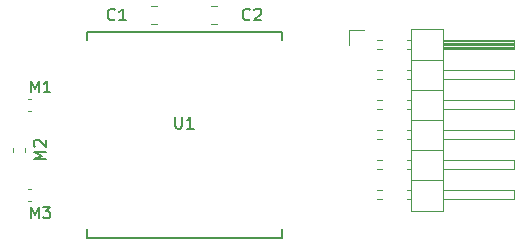
<source format=gbr>
%TF.GenerationSoftware,KiCad,Pcbnew,7.0.1*%
%TF.CreationDate,2023-03-26T17:19:44+02:00*%
%TF.ProjectId,RA01_868_PMOD,52413031-5f38-4363-985f-504d4f442e6b,rev?*%
%TF.SameCoordinates,Original*%
%TF.FileFunction,Legend,Top*%
%TF.FilePolarity,Positive*%
%FSLAX46Y46*%
G04 Gerber Fmt 4.6, Leading zero omitted, Abs format (unit mm)*
G04 Created by KiCad (PCBNEW 7.0.1) date 2023-03-26 17:19:44*
%MOMM*%
%LPD*%
G01*
G04 APERTURE LIST*
%ADD10C,0.150000*%
%ADD11C,0.120000*%
G04 APERTURE END LIST*
D10*
%TO.C,M1*%
X121618476Y-47198619D02*
X121618476Y-46198619D01*
X121618476Y-46198619D02*
X121951809Y-46912904D01*
X121951809Y-46912904D02*
X122285142Y-46198619D01*
X122285142Y-46198619D02*
X122285142Y-47198619D01*
X123285142Y-47198619D02*
X122713714Y-47198619D01*
X122999428Y-47198619D02*
X122999428Y-46198619D01*
X122999428Y-46198619D02*
X122904190Y-46341476D01*
X122904190Y-46341476D02*
X122808952Y-46436714D01*
X122808952Y-46436714D02*
X122713714Y-46484333D01*
%TO.C,C1*%
X128738333Y-41007380D02*
X128690714Y-41055000D01*
X128690714Y-41055000D02*
X128547857Y-41102619D01*
X128547857Y-41102619D02*
X128452619Y-41102619D01*
X128452619Y-41102619D02*
X128309762Y-41055000D01*
X128309762Y-41055000D02*
X128214524Y-40959761D01*
X128214524Y-40959761D02*
X128166905Y-40864523D01*
X128166905Y-40864523D02*
X128119286Y-40674047D01*
X128119286Y-40674047D02*
X128119286Y-40531190D01*
X128119286Y-40531190D02*
X128166905Y-40340714D01*
X128166905Y-40340714D02*
X128214524Y-40245476D01*
X128214524Y-40245476D02*
X128309762Y-40150238D01*
X128309762Y-40150238D02*
X128452619Y-40102619D01*
X128452619Y-40102619D02*
X128547857Y-40102619D01*
X128547857Y-40102619D02*
X128690714Y-40150238D01*
X128690714Y-40150238D02*
X128738333Y-40197857D01*
X129690714Y-41102619D02*
X129119286Y-41102619D01*
X129405000Y-41102619D02*
X129405000Y-40102619D01*
X129405000Y-40102619D02*
X129309762Y-40245476D01*
X129309762Y-40245476D02*
X129214524Y-40340714D01*
X129214524Y-40340714D02*
X129119286Y-40388333D01*
%TO.C,M2*%
X122890619Y-52879523D02*
X121890619Y-52879523D01*
X121890619Y-52879523D02*
X122604904Y-52546190D01*
X122604904Y-52546190D02*
X121890619Y-52212857D01*
X121890619Y-52212857D02*
X122890619Y-52212857D01*
X121985857Y-51784285D02*
X121938238Y-51736666D01*
X121938238Y-51736666D02*
X121890619Y-51641428D01*
X121890619Y-51641428D02*
X121890619Y-51403333D01*
X121890619Y-51403333D02*
X121938238Y-51308095D01*
X121938238Y-51308095D02*
X121985857Y-51260476D01*
X121985857Y-51260476D02*
X122081095Y-51212857D01*
X122081095Y-51212857D02*
X122176333Y-51212857D01*
X122176333Y-51212857D02*
X122319190Y-51260476D01*
X122319190Y-51260476D02*
X122890619Y-51831904D01*
X122890619Y-51831904D02*
X122890619Y-51212857D01*
%TO.C,M3*%
X121618476Y-57866619D02*
X121618476Y-56866619D01*
X121618476Y-56866619D02*
X121951809Y-57580904D01*
X121951809Y-57580904D02*
X122285142Y-56866619D01*
X122285142Y-56866619D02*
X122285142Y-57866619D01*
X122666095Y-56866619D02*
X123285142Y-56866619D01*
X123285142Y-56866619D02*
X122951809Y-57247571D01*
X122951809Y-57247571D02*
X123094666Y-57247571D01*
X123094666Y-57247571D02*
X123189904Y-57295190D01*
X123189904Y-57295190D02*
X123237523Y-57342809D01*
X123237523Y-57342809D02*
X123285142Y-57438047D01*
X123285142Y-57438047D02*
X123285142Y-57676142D01*
X123285142Y-57676142D02*
X123237523Y-57771380D01*
X123237523Y-57771380D02*
X123189904Y-57819000D01*
X123189904Y-57819000D02*
X123094666Y-57866619D01*
X123094666Y-57866619D02*
X122808952Y-57866619D01*
X122808952Y-57866619D02*
X122713714Y-57819000D01*
X122713714Y-57819000D02*
X122666095Y-57771380D01*
%TO.C,U1*%
X133858095Y-49262619D02*
X133858095Y-50072142D01*
X133858095Y-50072142D02*
X133905714Y-50167380D01*
X133905714Y-50167380D02*
X133953333Y-50215000D01*
X133953333Y-50215000D02*
X134048571Y-50262619D01*
X134048571Y-50262619D02*
X134239047Y-50262619D01*
X134239047Y-50262619D02*
X134334285Y-50215000D01*
X134334285Y-50215000D02*
X134381904Y-50167380D01*
X134381904Y-50167380D02*
X134429523Y-50072142D01*
X134429523Y-50072142D02*
X134429523Y-49262619D01*
X135429523Y-50262619D02*
X134858095Y-50262619D01*
X135143809Y-50262619D02*
X135143809Y-49262619D01*
X135143809Y-49262619D02*
X135048571Y-49405476D01*
X135048571Y-49405476D02*
X134953333Y-49500714D01*
X134953333Y-49500714D02*
X134858095Y-49548333D01*
%TO.C,C2*%
X140168333Y-41007380D02*
X140120714Y-41055000D01*
X140120714Y-41055000D02*
X139977857Y-41102619D01*
X139977857Y-41102619D02*
X139882619Y-41102619D01*
X139882619Y-41102619D02*
X139739762Y-41055000D01*
X139739762Y-41055000D02*
X139644524Y-40959761D01*
X139644524Y-40959761D02*
X139596905Y-40864523D01*
X139596905Y-40864523D02*
X139549286Y-40674047D01*
X139549286Y-40674047D02*
X139549286Y-40531190D01*
X139549286Y-40531190D02*
X139596905Y-40340714D01*
X139596905Y-40340714D02*
X139644524Y-40245476D01*
X139644524Y-40245476D02*
X139739762Y-40150238D01*
X139739762Y-40150238D02*
X139882619Y-40102619D01*
X139882619Y-40102619D02*
X139977857Y-40102619D01*
X139977857Y-40102619D02*
X140120714Y-40150238D01*
X140120714Y-40150238D02*
X140168333Y-40197857D01*
X140549286Y-40197857D02*
X140596905Y-40150238D01*
X140596905Y-40150238D02*
X140692143Y-40102619D01*
X140692143Y-40102619D02*
X140930238Y-40102619D01*
X140930238Y-40102619D02*
X141025476Y-40150238D01*
X141025476Y-40150238D02*
X141073095Y-40197857D01*
X141073095Y-40197857D02*
X141120714Y-40293095D01*
X141120714Y-40293095D02*
X141120714Y-40388333D01*
X141120714Y-40388333D02*
X141073095Y-40531190D01*
X141073095Y-40531190D02*
X140501667Y-41102619D01*
X140501667Y-41102619D02*
X141120714Y-41102619D01*
D11*
%TO.C,J1*%
X148590000Y-41910000D02*
X149860000Y-41910000D01*
X148590000Y-43180000D02*
X148590000Y-41910000D01*
X150902929Y-45340000D02*
X151357071Y-45340000D01*
X150902929Y-46100000D02*
X151357071Y-46100000D01*
X150902929Y-47880000D02*
X151357071Y-47880000D01*
X150902929Y-48640000D02*
X151357071Y-48640000D01*
X150902929Y-50420000D02*
X151357071Y-50420000D01*
X150902929Y-51180000D02*
X151357071Y-51180000D01*
X150902929Y-52960000D02*
X151357071Y-52960000D01*
X150902929Y-53720000D02*
X151357071Y-53720000D01*
X150902929Y-55500000D02*
X151357071Y-55500000D01*
X150902929Y-56260000D02*
X151357071Y-56260000D01*
X150970000Y-42800000D02*
X151357071Y-42800000D01*
X150970000Y-43560000D02*
X151357071Y-43560000D01*
X153442929Y-42800000D02*
X153840000Y-42800000D01*
X153442929Y-43560000D02*
X153840000Y-43560000D01*
X153442929Y-45340000D02*
X153840000Y-45340000D01*
X153442929Y-46100000D02*
X153840000Y-46100000D01*
X153442929Y-47880000D02*
X153840000Y-47880000D01*
X153442929Y-48640000D02*
X153840000Y-48640000D01*
X153442929Y-50420000D02*
X153840000Y-50420000D01*
X153442929Y-51180000D02*
X153840000Y-51180000D01*
X153442929Y-52960000D02*
X153840000Y-52960000D01*
X153442929Y-53720000D02*
X153840000Y-53720000D01*
X153442929Y-55500000D02*
X153840000Y-55500000D01*
X153442929Y-56260000D02*
X153840000Y-56260000D01*
X153840000Y-41850000D02*
X153840000Y-57210000D01*
X153840000Y-44450000D02*
X156500000Y-44450000D01*
X153840000Y-46990000D02*
X156500000Y-46990000D01*
X153840000Y-49530000D02*
X156500000Y-49530000D01*
X153840000Y-52070000D02*
X156500000Y-52070000D01*
X153840000Y-54610000D02*
X156500000Y-54610000D01*
X153840000Y-57210000D02*
X156500000Y-57210000D01*
X156500000Y-41850000D02*
X153840000Y-41850000D01*
X156500000Y-42800000D02*
X162500000Y-42800000D01*
X156500000Y-42860000D02*
X162500000Y-42860000D01*
X156500000Y-42980000D02*
X162500000Y-42980000D01*
X156500000Y-43100000D02*
X162500000Y-43100000D01*
X156500000Y-43220000D02*
X162500000Y-43220000D01*
X156500000Y-43340000D02*
X162500000Y-43340000D01*
X156500000Y-43460000D02*
X162500000Y-43460000D01*
X156500000Y-45340000D02*
X162500000Y-45340000D01*
X156500000Y-47880000D02*
X162500000Y-47880000D01*
X156500000Y-50420000D02*
X162500000Y-50420000D01*
X156500000Y-52960000D02*
X162500000Y-52960000D01*
X156500000Y-55500000D02*
X162500000Y-55500000D01*
X156500000Y-57210000D02*
X156500000Y-41850000D01*
X162500000Y-42800000D02*
X162500000Y-43560000D01*
X162500000Y-43560000D02*
X156500000Y-43560000D01*
X162500000Y-45340000D02*
X162500000Y-46100000D01*
X162500000Y-46100000D02*
X156500000Y-46100000D01*
X162500000Y-47880000D02*
X162500000Y-48640000D01*
X162500000Y-48640000D02*
X156500000Y-48640000D01*
X162500000Y-50420000D02*
X162500000Y-51180000D01*
X162500000Y-51180000D02*
X156500000Y-51180000D01*
X162500000Y-52960000D02*
X162500000Y-53720000D01*
X162500000Y-53720000D02*
X156500000Y-53720000D01*
X162500000Y-55500000D02*
X162500000Y-56260000D01*
X162500000Y-56260000D02*
X156500000Y-56260000D01*
%TO.C,M1*%
X121366233Y-47750000D02*
X121658767Y-47750000D01*
X121366233Y-48770000D02*
X121658767Y-48770000D01*
%TO.C,C1*%
X132341252Y-41375000D02*
X131818748Y-41375000D01*
X132341252Y-39905000D02*
X131818748Y-39905000D01*
%TO.C,M2*%
X121160000Y-51898733D02*
X121160000Y-52241267D01*
X120140000Y-51898733D02*
X120140000Y-52241267D01*
%TO.C,M3*%
X121366233Y-55370000D02*
X121658767Y-55370000D01*
X121366233Y-56390000D02*
X121658767Y-56390000D01*
D10*
%TO.C,U1*%
X126370000Y-42050000D02*
X142870000Y-42050000D01*
X126370000Y-42800000D02*
X126370000Y-42050000D01*
X126370000Y-58800000D02*
X126370000Y-59550000D01*
X126370000Y-59550000D02*
X142870000Y-59550000D01*
X142870000Y-42050000D02*
X142870000Y-42800000D01*
X142870000Y-59550000D02*
X142870000Y-58800000D01*
D11*
%TO.C,C2*%
X136898748Y-39905000D02*
X137421252Y-39905000D01*
X136898748Y-41375000D02*
X137421252Y-41375000D01*
%TD*%
M02*

</source>
